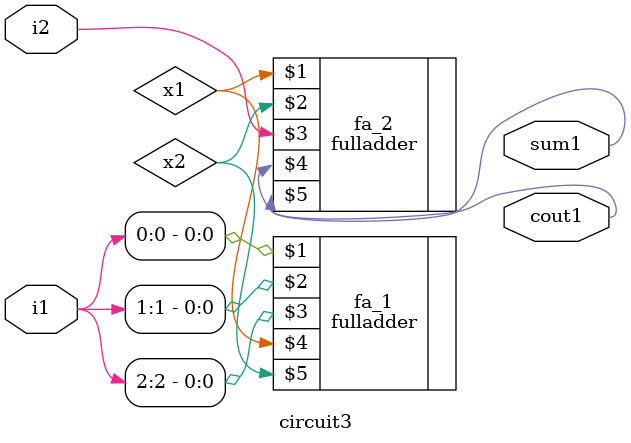
<source format=v>
module circuit3(input wire [0:2] i1, input wire i2, output wire sum1, cout1);
wire x1, x2;
fulladder fa_1(i1[0],i1[1], i1[2],x1,x2);
fulladder fa_2(x1,x2,i2,sum1,cout1);
endmodule
</source>
